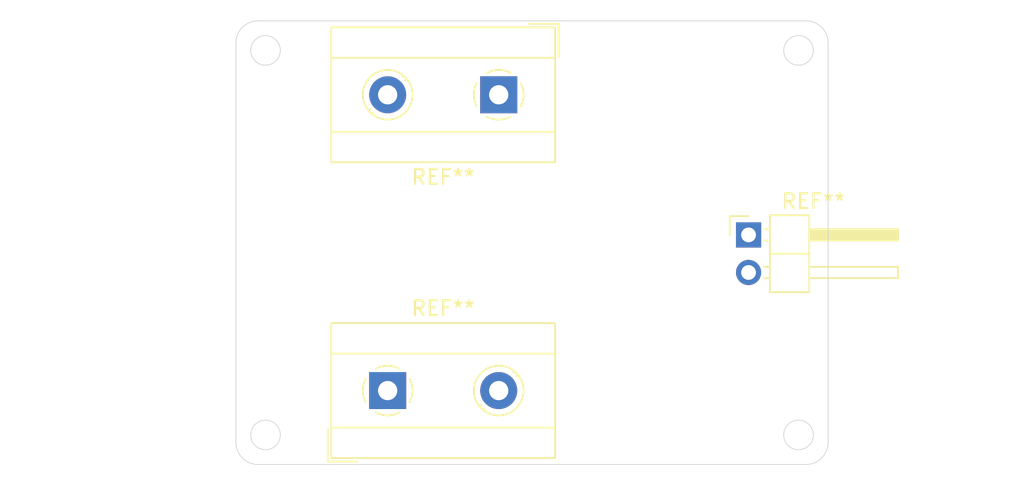
<source format=kicad_pcb>
(kicad_pcb (version 20240108) (generator "pcbnew") (generator_version "8.0")
  (layers (0 "F.Cu" signal) (31 "B.Cu" signal) (34 "B.Paste" user) (35 "F.Paste" user) (36 "B.SilkS" user "B.Silkscreen") (37 "F.SilkS" user "F.Silkscreen") (38 "B.Mask" user) (39 "F.Mask" user) (44 "Edge.Cuts" user))
  (net 0 "")
  (footprint "Connector_PinHeader_2.54mm:PinHeader_1x02_P2.54mm_Horizontal" (layer "F.Cu") (at 34.625 14.475)
    (property "Reference" "REF**" (at 4.385 -2.27 0) (layer "F.SilkS"))
    (property "Value" "PinHeader_1x02_P2.54mm_Horizontal")
    (fp_line (start -1.27 -1.27) (end 0 -1.27) (stroke (width 0.12)) (layer "F.SilkS"))
    (fp_line (start -1.27 0) (end -1.27 -1.27) (stroke (width 0.12)) (layer "F.SilkS"))
    (fp_line (start 1.042929 2.16) (end 1.44 2.16) (stroke (width 0.12)) (layer "F.SilkS"))
    (fp_line (start 1.042929 2.92) (end 1.44 2.92) (stroke (width 0.12)) (layer "F.SilkS"))
    (fp_line (start 1.11 -0.38) (end 1.44 -0.38) (stroke (width 0.12)) (layer "F.SilkS"))
    (fp_line (start 1.11 0.38) (end 1.44 0.38) (stroke (width 0.12)) (layer "F.SilkS"))
    (fp_line (start 1.44 -1.33) (end 1.44 3.87) (stroke (width 0.12)) (layer "F.SilkS"))
    (fp_line (start 1.44 1.27) (end 4.1 1.27) (stroke (width 0.12)) (layer "F.SilkS"))
    (fp_line (start 1.44 3.87) (end 4.1 3.87) (stroke (width 0.12)) (layer "F.SilkS"))
    (fp_line (start 4.1 -1.33) (end 1.44 -1.33) (stroke (width 0.12)) (layer "F.SilkS"))
    (fp_line (start 4.1 -0.38) (end 10.1 -0.38) (stroke (width 0.12)) (layer "F.SilkS"))
    (fp_line (start 4.1 -0.32) (end 10.1 -0.32) (stroke (width 0.12)) (layer "F.SilkS"))
    (fp_line (start 4.1 -0.2) (end 10.1 -0.2) (stroke (width 0.12)) (layer "F.SilkS"))
    (fp_line (start 4.1 -0.08) (end 10.1 -0.08) (stroke (width 0.12)) (layer "F.SilkS"))
    (fp_line (start 4.1 0.04) (end 10.1 0.04) (stroke (width 0.12)) (layer "F.SilkS"))
    (fp_line (start 4.1 0.16) (end 10.1 0.16) (stroke (width 0.12)) (layer "F.SilkS"))
    (fp_line (start 4.1 0.28) (end 10.1 0.28) (stroke (width 0.12)) (layer "F.SilkS"))
    (fp_line (start 4.1 2.16) (end 10.1 2.16) (stroke (width 0.12)) (layer "F.SilkS"))
    (fp_line (start 4.1 3.87) (end 4.1 -1.33) (stroke (width 0.12)) (layer "F.SilkS"))
    (fp_line (start 10.1 -0.38) (end 10.1 0.38) (stroke (width 0.12)) (layer "F.SilkS"))
    (fp_line (start 10.1 0.38) (end 4.1 0.38) (stroke (width 0.12)) (layer "F.SilkS"))
    (fp_line (start 10.1 2.16) (end 10.1 2.92) (stroke (width 0.12)) (layer "F.SilkS"))
    (fp_line (start 10.1 2.92) (end 4.1 2.92) (stroke (width 0.12)) (layer "F.SilkS"))
    (pad "1" thru_hole rect (at 0 0) (size 1.7 1.7) (drill 1) (layers "*.Cu" "*.Mask"))
    (pad "2" thru_hole oval (at 0 2.54) (size 1.7 1.7) (drill 1) (layers "*.Cu" "*.Mask"))
  )
  (footprint "TerminalBlock_MetzConnect:TerminalBlock_MetzConnect_Type171_RT13702HBWC_1x02_P7.50mm_Horizontal" (layer "F.Cu") (at 10.25 25)
    (property "Reference" "REF**" (at 3.75 -5.56 0) (layer "F.SilkS"))
    (property "Value" "TerminalBlock_MetzConnect_Type171_RT13702HBWC_1x02_P7.50mm_Horizontal")
    (fp_line (start -4.05 2.56) (end -4.05 4.8) (stroke (width 0.12)) (layer "F.SilkS"))
    (fp_line (start -4.05 4.8) (end -2.05 4.8) (stroke (width 0.12)) (layer "F.SilkS"))
    (fp_line (start -3.81 -4.56) (end -3.81 4.56) (stroke (width 0.12)) (layer "F.SilkS"))
    (fp_line (start -3.81 -4.56) (end 11.31 -4.56) (stroke (width 0.12)) (layer "F.SilkS"))
    (fp_line (start -3.81 -2.5) (end 11.31 -2.5) (stroke (width 0.12)) (layer "F.SilkS"))
    (fp_line (start -3.81 2.5) (end 11.31 2.5) (stroke (width 0.12)) (layer "F.SilkS"))
    (fp_line (start -3.81 4.56) (end 11.31 4.56) (stroke (width 0.12)) (layer "F.SilkS"))
    (fp_line (start 6.32 0.976) (end 6.226 1.069) (stroke (width 0.12)) (layer "F.SilkS"))
    (fp_line (start 6.49 1.216) (end 6.431 1.274) (stroke (width 0.12)) (layer "F.SilkS"))
    (fp_line (start 8.57 -1.275) (end 8.511 -1.216) (stroke (width 0.12)) (layer "F.SilkS"))
    (fp_line (start 8.775 -1.069) (end 8.681 -0.976) (stroke (width 0.12)) (layer "F.SilkS"))
    (fp_line (start 11.31 -4.56) (end 11.31 4.56) (stroke (width 0.12)) (layer "F.SilkS"))
    (fp_arc (start -1.483953 0.789089) (mid -1.680708 0.00005) (end -1.484 -0.789) (stroke (width 0.12)) (layer "F.SilkS"))
    (fp_arc (start -0.789089 -1.483953) (mid -0.00005 -1.680708) (end 0.789 -1.484) (stroke (width 0.12)) (layer "F.SilkS"))
    (fp_arc (start 0.029383 1.68045) (mid -0.392304 1.634281) (end -0.789 1.484) (stroke (width 0.12)) (layer "F.SilkS"))
    (fp_arc (start 0.788712 1.483352) (mid 0.406429 1.630097) (end 0 1.68) (stroke (width 0.12)) (layer "F.SilkS"))
    (fp_arc (start 1.483953 -0.789089) (mid 1.680708 -0.00005) (end 1.484 0.789) (stroke (width 0.12)) (layer "F.SilkS"))
    (fp_circle (center 7.5 0) (end 9.18 0) (stroke (width 0.12)) (fill none) (layer "F.SilkS"))
    (pad "1" thru_hole rect (at 0 0) (size 2.5 2.5) (drill 1.3) (layers "*.Cu" "*.Mask"))
    (pad "2" thru_hole circle (at 7.5 0) (size 2.5 2.5) (drill 1.3) (layers "*.Cu" "*.Mask"))
  )
  (footprint "TerminalBlock_MetzConnect:TerminalBlock_MetzConnect_Type171_RT13702HBWC_1x02_P7.50mm_Horizontal" (layer "F.Cu") (at 17.75 5 180)
    (property "Reference" "REF**" (at 3.75 -5.56 360) (layer "F.SilkS"))
    (property "Value" "TerminalBlock_MetzConnect_Type171_RT13702HBWC_1x02_P7.50mm_Horizontal")
    (fp_line (start 11.31 -4.56) (end 11.31 4.56) (stroke (width 0.12)) (layer "F.SilkS"))
    (fp_line (start 8.775 -1.069) (end 8.681 -0.976) (stroke (width 0.12)) (layer "F.SilkS"))
    (fp_line (start 8.57 -1.275) (end 8.511 -1.216) (stroke (width 0.12)) (layer "F.SilkS"))
    (fp_line (start 6.49 1.216) (end 6.431 1.274) (stroke (width 0.12)) (layer "F.SilkS"))
    (fp_line (start 6.32 0.976) (end 6.226 1.069) (stroke (width 0.12)) (layer "F.SilkS"))
    (fp_line (start -3.81 4.56) (end 11.31 4.56) (stroke (width 0.12)) (layer "F.SilkS"))
    (fp_line (start -3.81 2.5) (end 11.31 2.5) (stroke (width 0.12)) (layer "F.SilkS"))
    (fp_line (start -3.81 -2.5) (end 11.31 -2.5) (stroke (width 0.12)) (layer "F.SilkS"))
    (fp_line (start -3.81 -4.56) (end 11.31 -4.56) (stroke (width 0.12)) (layer "F.SilkS"))
    (fp_line (start -3.81 -4.56) (end -3.81 4.56) (stroke (width 0.12)) (layer "F.SilkS"))
    (fp_line (start -4.05 4.8) (end -2.05 4.8) (stroke (width 0.12)) (layer "F.SilkS"))
    (fp_line (start -4.05 2.56) (end -4.05 4.8) (stroke (width 0.12)) (layer "F.SilkS"))
    (fp_arc (start 1.483953 -0.789089) (mid 1.680708 -0.00005) (end 1.484 0.789) (stroke (width 0.12)) (layer "F.SilkS"))
    (fp_arc (start 0.788712 1.483352) (mid 0.406429 1.630097) (end 0 1.68) (stroke (width 0.12)) (layer "F.SilkS"))
    (fp_arc (start 0.029383 1.68045) (mid -0.392304 1.634281) (end -0.789 1.484) (stroke (width 0.12)) (layer "F.SilkS"))
    (fp_arc (start -0.789089 -1.483953) (mid -0.00005 -1.680708) (end 0.789 -1.484) (stroke (width 0.12)) (layer "F.SilkS"))
    (fp_arc (start -1.483953 0.789089) (mid -1.680708 0.00005) (end -1.484 -0.789) (stroke (width 0.12)) (layer "F.SilkS"))
    (fp_circle (center 7.5 0) (end 9.18 0) (stroke (width 0.12)) (fill none) (layer "F.SilkS"))
    (pad "1" thru_hole rect (at 0 0 180) (size 2.5 2.5) (drill 1.3) (layers "*.Cu" "*.Mask"))
    (pad "2" thru_hole circle (at 7.5 0 180) (size 2.5 2.5) (drill 1.3) (layers "*.Cu" "*.Mask"))
  )
  (gr_arc (start 1.5 30) (mid 0.43934 29.56066) (end 0 28.5) (stroke (width 0.05)) (layer "Edge.Cuts"))
  (gr_circle (center 38 28) (end 39 28) (stroke (width 0.05)) (fill none) (layer "Edge.Cuts"))
  (gr_arc (start 0 1.5) (mid 0.43934 0.43934) (end 1.5 0) (stroke (width 0.05)) (layer "Edge.Cuts"))
  (gr_line (start 1.5 0) (end 38.5 0) (stroke (width 0.05)) (layer "Edge.Cuts"))
  (gr_circle (center 2 28) (end 3 28) (stroke (width 0.05)) (fill none) (layer "Edge.Cuts"))
  (gr_arc (start 40 28.5) (mid 39.56066 29.56066) (end 38.5 30) (stroke (width 0.05)) (layer "Edge.Cuts"))
  (gr_line (start 0 28.5) (end 0 1.5) (stroke (width 0.05)) (layer "Edge.Cuts"))
  (gr_circle (center 2 2) (end 3 2) (stroke (width 0.05)) (fill none) (layer "Edge.Cuts"))
  (gr_arc (start 38.5 0) (mid 39.56066 0.43934) (end 40 1.5) (stroke (width 0.05)) (layer "Edge.Cuts"))
  (gr_line (start 38.5 30) (end 1.5 30) (stroke (width 0.05)) (layer "Edge.Cuts"))
  (gr_circle (center 38 2) (end 39 2) (stroke (width 0.05)) (fill none) (layer "Edge.Cuts"))
  (gr_line (start 40 1.5) (end 40 28.5) (stroke (width 0.05)) (layer "Edge.Cuts"))
)
</source>
